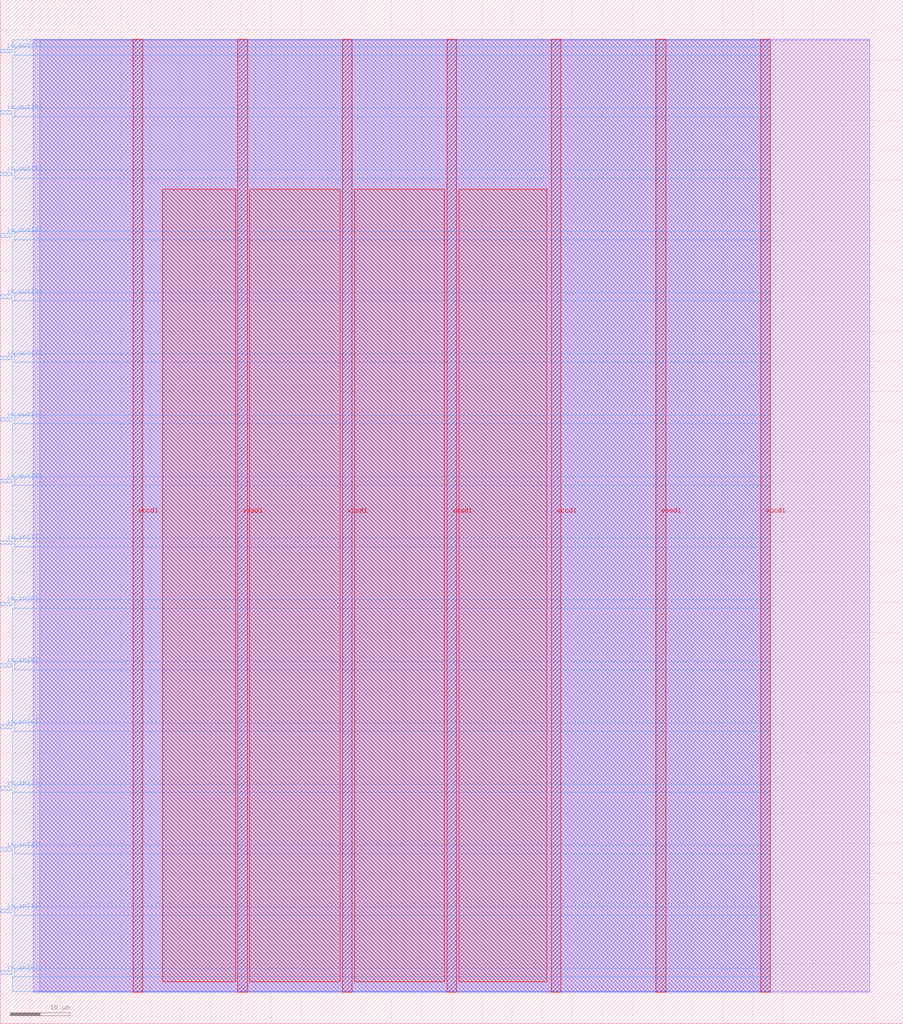
<source format=lef>
VERSION 5.7 ;
  NOWIREEXTENSIONATPIN ON ;
  DIVIDERCHAR "/" ;
  BUSBITCHARS "[]" ;
MACRO jar_sram_top
  CLASS BLOCK ;
  FOREIGN jar_sram_top ;
  ORIGIN 0.000 0.000 ;
  SIZE 150.000 BY 170.000 ;
  PIN io_in[0]
    DIRECTION INPUT ;
    USE SIGNAL ;
    PORT
      LAYER met3 ;
        RECT 0.000 8.200 2.000 8.800 ;
    END
  END io_in[0]
  PIN io_in[1]
    DIRECTION INPUT ;
    USE SIGNAL ;
    PORT
      LAYER met3 ;
        RECT 0.000 18.400 2.000 19.000 ;
    END
  END io_in[1]
  PIN io_in[2]
    DIRECTION INPUT ;
    USE SIGNAL ;
    PORT
      LAYER met3 ;
        RECT 0.000 28.600 2.000 29.200 ;
    END
  END io_in[2]
  PIN io_in[3]
    DIRECTION INPUT ;
    USE SIGNAL ;
    PORT
      LAYER met3 ;
        RECT 0.000 38.800 2.000 39.400 ;
    END
  END io_in[3]
  PIN io_in[4]
    DIRECTION INPUT ;
    USE SIGNAL ;
    PORT
      LAYER met3 ;
        RECT 0.000 49.000 2.000 49.600 ;
    END
  END io_in[4]
  PIN io_in[5]
    DIRECTION INPUT ;
    USE SIGNAL ;
    PORT
      LAYER met3 ;
        RECT 0.000 59.200 2.000 59.800 ;
    END
  END io_in[5]
  PIN io_in[6]
    DIRECTION INPUT ;
    USE SIGNAL ;
    PORT
      LAYER met3 ;
        RECT 0.000 69.400 2.000 70.000 ;
    END
  END io_in[6]
  PIN io_in[7]
    DIRECTION INPUT ;
    USE SIGNAL ;
    PORT
      LAYER met3 ;
        RECT 0.000 79.600 2.000 80.200 ;
    END
  END io_in[7]
  PIN io_out[0]
    DIRECTION OUTPUT TRISTATE ;
    USE SIGNAL ;
    PORT
      LAYER met3 ;
        RECT 0.000 89.800 2.000 90.400 ;
    END
  END io_out[0]
  PIN io_out[1]
    DIRECTION OUTPUT TRISTATE ;
    USE SIGNAL ;
    PORT
      LAYER met3 ;
        RECT 0.000 100.000 2.000 100.600 ;
    END
  END io_out[1]
  PIN io_out[2]
    DIRECTION OUTPUT TRISTATE ;
    USE SIGNAL ;
    PORT
      LAYER met3 ;
        RECT 0.000 110.200 2.000 110.800 ;
    END
  END io_out[2]
  PIN io_out[3]
    DIRECTION OUTPUT TRISTATE ;
    USE SIGNAL ;
    PORT
      LAYER met3 ;
        RECT 0.000 120.400 2.000 121.000 ;
    END
  END io_out[3]
  PIN io_out[4]
    DIRECTION OUTPUT TRISTATE ;
    USE SIGNAL ;
    PORT
      LAYER met3 ;
        RECT 0.000 130.600 2.000 131.200 ;
    END
  END io_out[4]
  PIN io_out[5]
    DIRECTION OUTPUT TRISTATE ;
    USE SIGNAL ;
    PORT
      LAYER met3 ;
        RECT 0.000 140.800 2.000 141.400 ;
    END
  END io_out[5]
  PIN io_out[6]
    DIRECTION OUTPUT TRISTATE ;
    USE SIGNAL ;
    PORT
      LAYER met3 ;
        RECT 0.000 151.000 2.000 151.600 ;
    END
  END io_out[6]
  PIN io_out[7]
    DIRECTION OUTPUT TRISTATE ;
    USE SIGNAL ;
    PORT
      LAYER met3 ;
        RECT 0.000 161.200 2.000 161.800 ;
    END
  END io_out[7]
  PIN vccd1
    DIRECTION INOUT ;
    USE POWER ;
    PORT
      LAYER met4 ;
        RECT 22.090 5.200 23.690 163.440 ;
    END
    PORT
      LAYER met4 ;
        RECT 56.830 5.200 58.430 163.440 ;
    END
    PORT
      LAYER met4 ;
        RECT 91.570 5.200 93.170 163.440 ;
    END
    PORT
      LAYER met4 ;
        RECT 126.310 5.200 127.910 163.440 ;
    END
  END vccd1
  PIN vssd1
    DIRECTION INOUT ;
    USE GROUND ;
    PORT
      LAYER met4 ;
        RECT 39.460 5.200 41.060 163.440 ;
    END
    PORT
      LAYER met4 ;
        RECT 74.200 5.200 75.800 163.440 ;
    END
    PORT
      LAYER met4 ;
        RECT 108.940 5.200 110.540 163.440 ;
    END
  END vssd1
  OBS
      LAYER li1 ;
        RECT 5.520 5.355 144.440 163.285 ;
      LAYER met1 ;
        RECT 5.520 5.200 144.440 163.440 ;
      LAYER met2 ;
        RECT 6.530 5.255 127.880 163.385 ;
      LAYER met3 ;
        RECT 2.000 162.200 127.900 163.365 ;
        RECT 2.400 160.800 127.900 162.200 ;
        RECT 2.000 152.000 127.900 160.800 ;
        RECT 2.400 150.600 127.900 152.000 ;
        RECT 2.000 141.800 127.900 150.600 ;
        RECT 2.400 140.400 127.900 141.800 ;
        RECT 2.000 131.600 127.900 140.400 ;
        RECT 2.400 130.200 127.900 131.600 ;
        RECT 2.000 121.400 127.900 130.200 ;
        RECT 2.400 120.000 127.900 121.400 ;
        RECT 2.000 111.200 127.900 120.000 ;
        RECT 2.400 109.800 127.900 111.200 ;
        RECT 2.000 101.000 127.900 109.800 ;
        RECT 2.400 99.600 127.900 101.000 ;
        RECT 2.000 90.800 127.900 99.600 ;
        RECT 2.400 89.400 127.900 90.800 ;
        RECT 2.000 80.600 127.900 89.400 ;
        RECT 2.400 79.200 127.900 80.600 ;
        RECT 2.000 70.400 127.900 79.200 ;
        RECT 2.400 69.000 127.900 70.400 ;
        RECT 2.000 60.200 127.900 69.000 ;
        RECT 2.400 58.800 127.900 60.200 ;
        RECT 2.000 50.000 127.900 58.800 ;
        RECT 2.400 48.600 127.900 50.000 ;
        RECT 2.000 39.800 127.900 48.600 ;
        RECT 2.400 38.400 127.900 39.800 ;
        RECT 2.000 29.600 127.900 38.400 ;
        RECT 2.400 28.200 127.900 29.600 ;
        RECT 2.000 19.400 127.900 28.200 ;
        RECT 2.400 18.000 127.900 19.400 ;
        RECT 2.000 9.200 127.900 18.000 ;
        RECT 2.400 7.800 127.900 9.200 ;
        RECT 2.000 5.275 127.900 7.800 ;
      LAYER met4 ;
        RECT 26.975 6.975 39.060 138.545 ;
        RECT 41.460 6.975 56.430 138.545 ;
        RECT 58.830 6.975 73.800 138.545 ;
        RECT 76.200 6.975 90.785 138.545 ;
  END
END jar_sram_top
END LIBRARY


</source>
